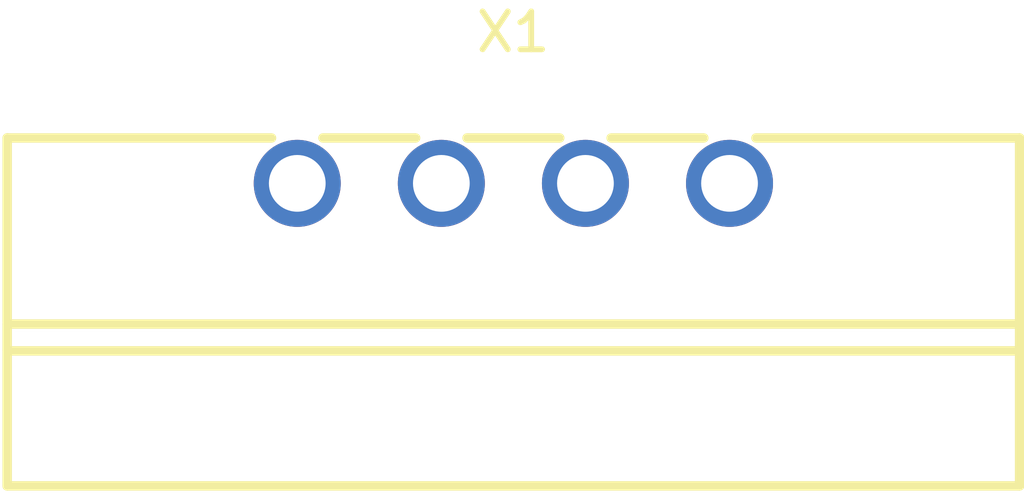
<source format=kicad_pcb>
(kicad_pcb (version 20241229) (generator "atopile") (generator_version "0.4.0-dev0")
  (layers (0 "F.Cu" signal) (31 "B.Cu" signal) (34 "B.Paste" user) (35 "F.Paste" user) (36 "B.SilkS" user "B.Silkscreen") (37 "F.SilkS" user "F.Silkscreen") (38 "B.Mask" user) (39 "F.Mask" user) (44 "Edge.Cuts" user))
  (net 0 "")
  (footprint "atopile:CONN-TH_DB2ERM-3.81-4P-GN-ea2c97" (layer "F.Cu") (at 0 0 0)
    (property "Reference" "X1" (at 0 -4 0) (layer "F.SilkS") (hide no))
    (property "Value" "")
    (fp_line (start -13.38 4.43) (end 13.39 4.43) (stroke (width 0.25)) (layer "F.SilkS"))
    (fp_line (start -13.38 3.72) (end 13.39 3.72) (stroke (width 0.25)) (layer "F.SilkS"))
    (fp_line (start -13.38 8) (end 13.38 8) (stroke (width 0.25)) (layer "F.SilkS"))
    (fp_line (start 6.42 -1.2) (end 13.39 -1.2) (stroke (width 0.25)) (layer "F.SilkS"))
    (fp_line (start 13.39 -1.2) (end 13.39 8) (stroke (width 0.25)) (layer "F.SilkS"))
    (fp_line (start 2.59 -1.2) (end 5.04 -1.2) (stroke (width 0.25)) (layer "F.SilkS"))
    (fp_line (start -1.22 -1.2) (end 1.23 -1.2) (stroke (width 0.25)) (layer "F.SilkS"))
    (fp_line (start -5.03 -1.2) (end -2.58 -1.2) (stroke (width 0.25)) (layer "F.SilkS"))
    (fp_line (start -13.38 -1.2) (end -6.39 -1.2) (stroke (width 0.25)) (layer "F.SilkS"))
    (fp_line (start -13.38 -1.2) (end -13.38 8) (stroke (width 0.25)) (layer "F.SilkS"))
    (fp_text user "${REFERENCE}" (at 0 -4 0) (layer "F.SilkS"))
    (pad "1" thru_hole circle (at -5.71 0 0) (size 2.3 2.3) (drill 1.5000224) (layers "*.Cu" "*.Mask"))
    (pad "2" thru_hole circle (at -1.9 0 0) (size 2.3 2.3) (drill 1.5000224) (layers "*.Cu" "*.Mask"))
    (pad "3" thru_hole circle (at 1.91 0 0) (size 2.3 2.3) (drill 1.5000224) (layers "*.Cu" "*.Mask"))
    (pad "4" thru_hole circle (at 5.72 0 0) (size 2.3 2.3) (drill 1.5000224) (layers "*.Cu" "*.Mask"))
  )
)
</source>
